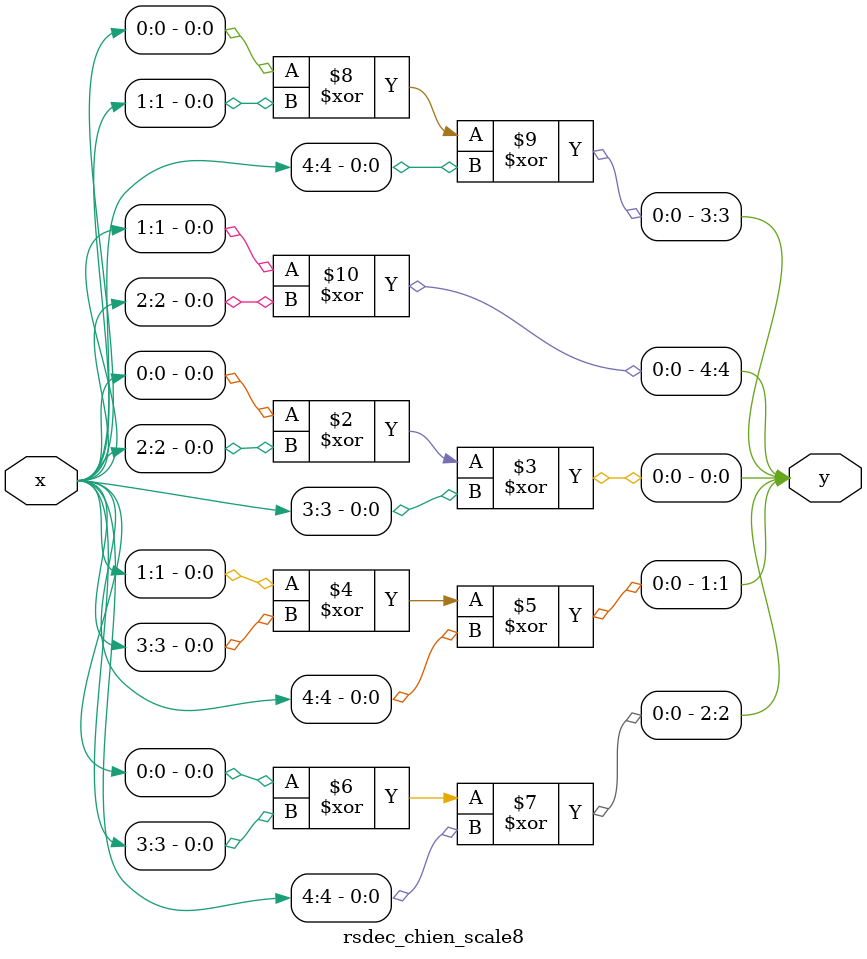
<source format=v>
module rsdec_chien_scale8 (y, x);
	input [4:0] x;
	output [4:0] y;
	reg [4:0] y;
	always @ (x)
	begin
		y[0] = x[0] ^ x[2] ^ x[3];
		y[1] = x[1] ^ x[3] ^ x[4];
		y[2] = x[0] ^ x[3] ^ x[4];
		y[3] = x[0] ^ x[1] ^ x[4];
		y[4] = x[1] ^ x[2];
	end
endmodule
</source>
